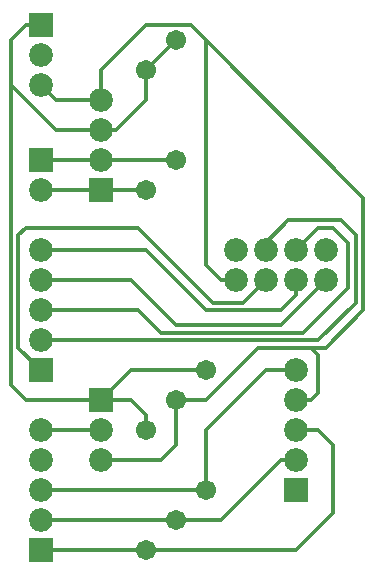
<source format=gbr>
G04 #@! TF.FileFunction,Copper,L2,Bot,Signal*
%FSLAX46Y46*%
G04 Gerber Fmt 4.6, Leading zero omitted, Abs format (unit mm)*
G04 Created by KiCad (PCBNEW 4.0.1-stable) date 01/18/17 01:46:29*
%MOMM*%
G01*
G04 APERTURE LIST*
%ADD10C,0.100000*%
%ADD11R,2.016000X2.016000*%
%ADD12C,2.016000*%
%ADD13C,1.716000*%
%ADD14C,0.304800*%
G04 APERTURE END LIST*
D10*
D11*
X153670000Y-74930000D03*
D12*
X153670000Y-72390000D03*
X153670000Y-69850000D03*
X153670000Y-67310000D03*
D11*
X148590000Y-60960000D03*
D12*
X148590000Y-63500000D03*
X148590000Y-66040000D03*
D11*
X153670000Y-92710000D03*
D12*
X153670000Y-95250000D03*
X153670000Y-97790000D03*
D11*
X148590000Y-105410000D03*
D12*
X148590000Y-102870000D03*
X148590000Y-100330000D03*
X148590000Y-97790000D03*
X148590000Y-95250000D03*
D11*
X148590000Y-90170000D03*
D12*
X148590000Y-87630000D03*
X148590000Y-85090000D03*
X148590000Y-82550000D03*
X148590000Y-80010000D03*
D11*
X148590000Y-72390000D03*
D12*
X148590000Y-74930000D03*
D13*
X157480000Y-74930000D03*
X157480000Y-64770000D03*
X160020000Y-72390000D03*
X160020000Y-62230000D03*
X160020000Y-102870000D03*
X160020000Y-92710000D03*
X157480000Y-95250000D03*
X157480000Y-105410000D03*
X162560000Y-90170000D03*
X162560000Y-100330000D03*
D11*
X170180000Y-100330000D03*
D12*
X170180000Y-97790000D03*
X170180000Y-95250000D03*
X170180000Y-92710000D03*
X170180000Y-90170000D03*
X165100000Y-82550000D03*
X165100000Y-80010000D03*
X167640000Y-82550000D03*
X167640000Y-80010000D03*
X170180000Y-82550000D03*
X170180000Y-80010000D03*
X172720000Y-82550000D03*
X172720000Y-80010000D03*
D14*
X148590000Y-74930000D02*
X153670000Y-74930000D01*
X153670000Y-74930000D02*
X157480000Y-74930000D01*
X160020000Y-72390000D02*
X153670000Y-72390000D01*
X153670000Y-72390000D02*
X148590000Y-72390000D01*
X153670000Y-92710000D02*
X147320000Y-92710000D01*
X146050000Y-91440000D02*
X146050000Y-66040000D01*
X147320000Y-92710000D02*
X146050000Y-91440000D01*
X157480000Y-95250000D02*
X157480000Y-93980000D01*
X156210000Y-92710000D02*
X153670000Y-92710000D01*
X157480000Y-93980000D02*
X156210000Y-92710000D01*
X162560000Y-90170000D02*
X156210000Y-90170000D01*
X156210000Y-90170000D02*
X153670000Y-92710000D01*
X157480000Y-64770000D02*
X157480000Y-67310000D01*
X154940000Y-69850000D02*
X153670000Y-69850000D01*
X157480000Y-67310000D02*
X154940000Y-69850000D01*
X160020000Y-62230000D02*
X157480000Y-64770000D01*
X153670000Y-69850000D02*
X149860000Y-69850000D01*
X149860000Y-69850000D02*
X146050000Y-66040000D01*
X146050000Y-66040000D02*
X146050000Y-62230000D01*
X147320000Y-60960000D02*
X148590000Y-60960000D01*
X146050000Y-62230000D02*
X147320000Y-60960000D01*
X171450000Y-88265000D02*
X172720000Y-88265000D01*
X175895000Y-75565000D02*
X162560000Y-62230000D01*
X175895000Y-85090000D02*
X175895000Y-75565000D01*
X172720000Y-88265000D02*
X175895000Y-85090000D01*
X153670000Y-97790000D02*
X158750000Y-97790000D01*
X160020000Y-96520000D02*
X160020000Y-92710000D01*
X158750000Y-97790000D02*
X160020000Y-96520000D01*
X170180000Y-92710000D02*
X171450000Y-92710000D01*
X162560000Y-92710000D02*
X160020000Y-92710000D01*
X167005000Y-88265000D02*
X162560000Y-92710000D01*
X171450000Y-88265000D02*
X167005000Y-88265000D01*
X172085000Y-88900000D02*
X171450000Y-88265000D01*
X172085000Y-92075000D02*
X172085000Y-88900000D01*
X171450000Y-92710000D02*
X172085000Y-92075000D01*
X165100000Y-82550000D02*
X163830000Y-82550000D01*
X163830000Y-82550000D02*
X162560000Y-81280000D01*
X162560000Y-81280000D02*
X162560000Y-62230000D01*
X153670000Y-64770000D02*
X153670000Y-67310000D01*
X162560000Y-62230000D02*
X161290000Y-60960000D01*
X161290000Y-60960000D02*
X157480000Y-60960000D01*
X157480000Y-60960000D02*
X153670000Y-64770000D01*
X153670000Y-67310000D02*
X149860000Y-67310000D01*
X149860000Y-67310000D02*
X148590000Y-66040000D01*
X148590000Y-95250000D02*
X153670000Y-95250000D01*
X170180000Y-95250000D02*
X172085000Y-95250000D01*
X170180000Y-105410000D02*
X157480000Y-105410000D01*
X173355000Y-102235000D02*
X170180000Y-105410000D01*
X173355000Y-96520000D02*
X173355000Y-102235000D01*
X172085000Y-95250000D02*
X173355000Y-96520000D01*
X148590000Y-105410000D02*
X157480000Y-105410000D01*
X170180000Y-97790000D02*
X168910000Y-97790000D01*
X163830000Y-102870000D02*
X160020000Y-102870000D01*
X168910000Y-97790000D02*
X163830000Y-102870000D01*
X160020000Y-102870000D02*
X148590000Y-102870000D01*
X170180000Y-90170000D02*
X167640000Y-90170000D01*
X162560000Y-95250000D02*
X162560000Y-100330000D01*
X167640000Y-90170000D02*
X162560000Y-95250000D01*
X148590000Y-100330000D02*
X162560000Y-100330000D01*
X167640000Y-82550000D02*
X165735000Y-84455000D01*
X146685000Y-88265000D02*
X148590000Y-90170000D01*
X146685000Y-78740000D02*
X146685000Y-88265000D01*
X147320000Y-78105000D02*
X146685000Y-78740000D01*
X156845000Y-78105000D02*
X147320000Y-78105000D01*
X163195000Y-84455000D02*
X156845000Y-78105000D01*
X165735000Y-84455000D02*
X163195000Y-84455000D01*
X167640000Y-80010000D02*
X167640000Y-79375000D01*
X167640000Y-79375000D02*
X169545000Y-77470000D01*
X169545000Y-77470000D02*
X173990000Y-77470000D01*
X173990000Y-77470000D02*
X175260000Y-78740000D01*
X175260000Y-78740000D02*
X175260000Y-84455000D01*
X175260000Y-84455000D02*
X172085000Y-87630000D01*
X172085000Y-87630000D02*
X148590000Y-87630000D01*
X170180000Y-80010000D02*
X172085000Y-78105000D01*
X156845000Y-85090000D02*
X148590000Y-85090000D01*
X158750000Y-86995000D02*
X156845000Y-85090000D01*
X170815000Y-86995000D02*
X158750000Y-86995000D01*
X174625000Y-83185000D02*
X170815000Y-86995000D01*
X174625000Y-79375000D02*
X174625000Y-83185000D01*
X173355000Y-78105000D02*
X174625000Y-79375000D01*
X172085000Y-78105000D02*
X173355000Y-78105000D01*
X172720000Y-82550000D02*
X168910000Y-86360000D01*
X156210000Y-82550000D02*
X148590000Y-82550000D01*
X160020000Y-86360000D02*
X156210000Y-82550000D01*
X168910000Y-86360000D02*
X160020000Y-86360000D01*
X170180000Y-82550000D02*
X170180000Y-83820000D01*
X157480000Y-80010000D02*
X148590000Y-80010000D01*
X162560000Y-85090000D02*
X157480000Y-80010000D01*
X168910000Y-85090000D02*
X162560000Y-85090000D01*
X170180000Y-83820000D02*
X168910000Y-85090000D01*
M02*

</source>
